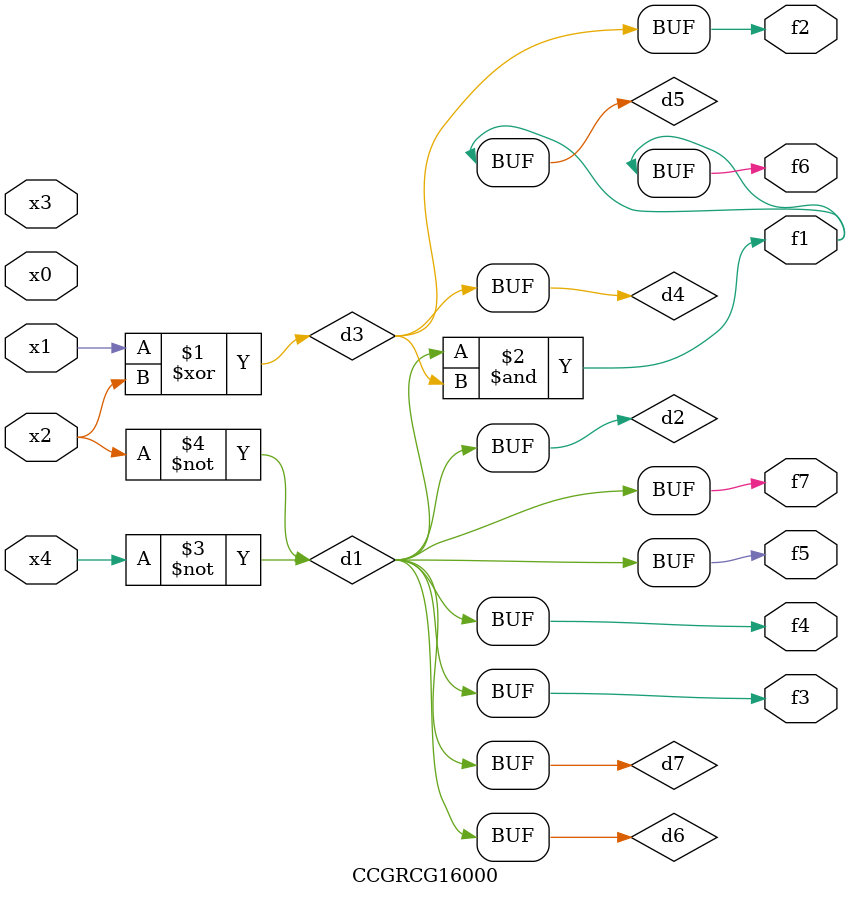
<source format=v>
module CCGRCG16000(
	input x0, x1, x2, x3, x4,
	output f1, f2, f3, f4, f5, f6, f7
);

	wire d1, d2, d3, d4, d5, d6, d7;

	not (d1, x4);
	not (d2, x2);
	xor (d3, x1, x2);
	buf (d4, d3);
	and (d5, d1, d3);
	buf (d6, d1, d2);
	buf (d7, d2);
	assign f1 = d5;
	assign f2 = d4;
	assign f3 = d7;
	assign f4 = d7;
	assign f5 = d7;
	assign f6 = d5;
	assign f7 = d7;
endmodule

</source>
